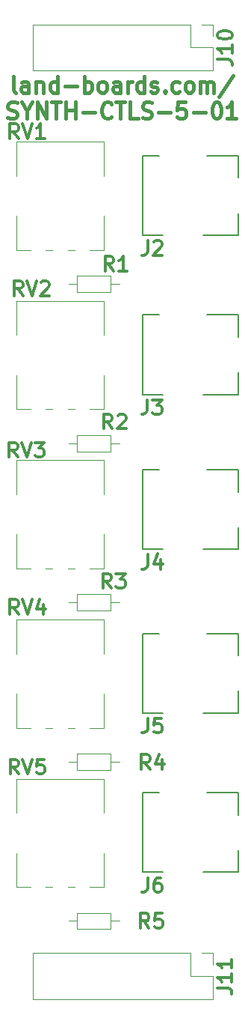
<source format=gto>
%TF.GenerationSoftware,KiCad,Pcbnew,(6.0.1)*%
%TF.CreationDate,2022-10-08T14:45:24-04:00*%
%TF.ProjectId,SYNTH-CTLS-5-01,53594e54-482d-4435-944c-532d352d3031,1*%
%TF.SameCoordinates,Original*%
%TF.FileFunction,Legend,Top*%
%TF.FilePolarity,Positive*%
%FSLAX46Y46*%
G04 Gerber Fmt 4.6, Leading zero omitted, Abs format (unit mm)*
G04 Created by KiCad (PCBNEW (6.0.1)) date 2022-10-08 14:45:24*
%MOMM*%
%LPD*%
G01*
G04 APERTURE LIST*
%ADD10C,0.450000*%
%ADD11C,0.349250*%
%ADD12C,0.120000*%
%ADD13C,0.200000*%
G04 APERTURE END LIST*
D10*
X100457142Y-16865285D02*
X100285714Y-16779571D01*
X100200000Y-16608142D01*
X100200000Y-15065285D01*
X101914285Y-16865285D02*
X101914285Y-15922428D01*
X101828571Y-15751000D01*
X101657142Y-15665285D01*
X101314285Y-15665285D01*
X101142857Y-15751000D01*
X101914285Y-16779571D02*
X101742857Y-16865285D01*
X101314285Y-16865285D01*
X101142857Y-16779571D01*
X101057142Y-16608142D01*
X101057142Y-16436714D01*
X101142857Y-16265285D01*
X101314285Y-16179571D01*
X101742857Y-16179571D01*
X101914285Y-16093857D01*
X102771428Y-15665285D02*
X102771428Y-16865285D01*
X102771428Y-15836714D02*
X102857142Y-15751000D01*
X103028571Y-15665285D01*
X103285714Y-15665285D01*
X103457142Y-15751000D01*
X103542857Y-15922428D01*
X103542857Y-16865285D01*
X105171428Y-16865285D02*
X105171428Y-15065285D01*
X105171428Y-16779571D02*
X105000000Y-16865285D01*
X104657142Y-16865285D01*
X104485714Y-16779571D01*
X104400000Y-16693857D01*
X104314285Y-16522428D01*
X104314285Y-16008142D01*
X104400000Y-15836714D01*
X104485714Y-15751000D01*
X104657142Y-15665285D01*
X105000000Y-15665285D01*
X105171428Y-15751000D01*
X106028571Y-16179571D02*
X107400000Y-16179571D01*
X108257142Y-16865285D02*
X108257142Y-15065285D01*
X108257142Y-15751000D02*
X108428571Y-15665285D01*
X108771428Y-15665285D01*
X108942857Y-15751000D01*
X109028571Y-15836714D01*
X109114285Y-16008142D01*
X109114285Y-16522428D01*
X109028571Y-16693857D01*
X108942857Y-16779571D01*
X108771428Y-16865285D01*
X108428571Y-16865285D01*
X108257142Y-16779571D01*
X110142857Y-16865285D02*
X109971428Y-16779571D01*
X109885714Y-16693857D01*
X109800000Y-16522428D01*
X109800000Y-16008142D01*
X109885714Y-15836714D01*
X109971428Y-15751000D01*
X110142857Y-15665285D01*
X110400000Y-15665285D01*
X110571428Y-15751000D01*
X110657142Y-15836714D01*
X110742857Y-16008142D01*
X110742857Y-16522428D01*
X110657142Y-16693857D01*
X110571428Y-16779571D01*
X110400000Y-16865285D01*
X110142857Y-16865285D01*
X112285714Y-16865285D02*
X112285714Y-15922428D01*
X112200000Y-15751000D01*
X112028571Y-15665285D01*
X111685714Y-15665285D01*
X111514285Y-15751000D01*
X112285714Y-16779571D02*
X112114285Y-16865285D01*
X111685714Y-16865285D01*
X111514285Y-16779571D01*
X111428571Y-16608142D01*
X111428571Y-16436714D01*
X111514285Y-16265285D01*
X111685714Y-16179571D01*
X112114285Y-16179571D01*
X112285714Y-16093857D01*
X113142857Y-16865285D02*
X113142857Y-15665285D01*
X113142857Y-16008142D02*
X113228571Y-15836714D01*
X113314285Y-15751000D01*
X113485714Y-15665285D01*
X113657142Y-15665285D01*
X115028571Y-16865285D02*
X115028571Y-15065285D01*
X115028571Y-16779571D02*
X114857142Y-16865285D01*
X114514285Y-16865285D01*
X114342857Y-16779571D01*
X114257142Y-16693857D01*
X114171428Y-16522428D01*
X114171428Y-16008142D01*
X114257142Y-15836714D01*
X114342857Y-15751000D01*
X114514285Y-15665285D01*
X114857142Y-15665285D01*
X115028571Y-15751000D01*
X115800000Y-16779571D02*
X115971428Y-16865285D01*
X116314285Y-16865285D01*
X116485714Y-16779571D01*
X116571428Y-16608142D01*
X116571428Y-16522428D01*
X116485714Y-16351000D01*
X116314285Y-16265285D01*
X116057142Y-16265285D01*
X115885714Y-16179571D01*
X115800000Y-16008142D01*
X115800000Y-15922428D01*
X115885714Y-15751000D01*
X116057142Y-15665285D01*
X116314285Y-15665285D01*
X116485714Y-15751000D01*
X117342857Y-16693857D02*
X117428571Y-16779571D01*
X117342857Y-16865285D01*
X117257142Y-16779571D01*
X117342857Y-16693857D01*
X117342857Y-16865285D01*
X118971428Y-16779571D02*
X118800000Y-16865285D01*
X118457142Y-16865285D01*
X118285714Y-16779571D01*
X118200000Y-16693857D01*
X118114285Y-16522428D01*
X118114285Y-16008142D01*
X118200000Y-15836714D01*
X118285714Y-15751000D01*
X118457142Y-15665285D01*
X118800000Y-15665285D01*
X118971428Y-15751000D01*
X120000000Y-16865285D02*
X119828571Y-16779571D01*
X119742857Y-16693857D01*
X119657142Y-16522428D01*
X119657142Y-16008142D01*
X119742857Y-15836714D01*
X119828571Y-15751000D01*
X120000000Y-15665285D01*
X120257142Y-15665285D01*
X120428571Y-15751000D01*
X120514285Y-15836714D01*
X120600000Y-16008142D01*
X120600000Y-16522428D01*
X120514285Y-16693857D01*
X120428571Y-16779571D01*
X120257142Y-16865285D01*
X120000000Y-16865285D01*
X121371428Y-16865285D02*
X121371428Y-15665285D01*
X121371428Y-15836714D02*
X121457142Y-15751000D01*
X121628571Y-15665285D01*
X121885714Y-15665285D01*
X122057142Y-15751000D01*
X122142857Y-15922428D01*
X122142857Y-16865285D01*
X122142857Y-15922428D02*
X122228571Y-15751000D01*
X122400000Y-15665285D01*
X122657142Y-15665285D01*
X122828571Y-15751000D01*
X122914285Y-15922428D01*
X122914285Y-16865285D01*
X125057142Y-14979571D02*
X123514285Y-17293857D01*
X99557142Y-19677571D02*
X99814285Y-19763285D01*
X100242857Y-19763285D01*
X100414285Y-19677571D01*
X100500000Y-19591857D01*
X100585714Y-19420428D01*
X100585714Y-19249000D01*
X100500000Y-19077571D01*
X100414285Y-18991857D01*
X100242857Y-18906142D01*
X99900000Y-18820428D01*
X99728571Y-18734714D01*
X99642857Y-18649000D01*
X99557142Y-18477571D01*
X99557142Y-18306142D01*
X99642857Y-18134714D01*
X99728571Y-18049000D01*
X99900000Y-17963285D01*
X100328571Y-17963285D01*
X100585714Y-18049000D01*
X101700000Y-18906142D02*
X101700000Y-19763285D01*
X101100000Y-17963285D02*
X101700000Y-18906142D01*
X102300000Y-17963285D01*
X102900000Y-19763285D02*
X102900000Y-17963285D01*
X103928571Y-19763285D01*
X103928571Y-17963285D01*
X104528571Y-17963285D02*
X105557142Y-17963285D01*
X105042857Y-19763285D02*
X105042857Y-17963285D01*
X106157142Y-19763285D02*
X106157142Y-17963285D01*
X106157142Y-18820428D02*
X107185714Y-18820428D01*
X107185714Y-19763285D02*
X107185714Y-17963285D01*
X108042857Y-19077571D02*
X109414285Y-19077571D01*
X111300000Y-19591857D02*
X111214285Y-19677571D01*
X110957142Y-19763285D01*
X110785714Y-19763285D01*
X110528571Y-19677571D01*
X110357142Y-19506142D01*
X110271428Y-19334714D01*
X110185714Y-18991857D01*
X110185714Y-18734714D01*
X110271428Y-18391857D01*
X110357142Y-18220428D01*
X110528571Y-18049000D01*
X110785714Y-17963285D01*
X110957142Y-17963285D01*
X111214285Y-18049000D01*
X111300000Y-18134714D01*
X111814285Y-17963285D02*
X112842857Y-17963285D01*
X112328571Y-19763285D02*
X112328571Y-17963285D01*
X114300000Y-19763285D02*
X113442857Y-19763285D01*
X113442857Y-17963285D01*
X114814285Y-19677571D02*
X115071428Y-19763285D01*
X115500000Y-19763285D01*
X115671428Y-19677571D01*
X115757142Y-19591857D01*
X115842857Y-19420428D01*
X115842857Y-19249000D01*
X115757142Y-19077571D01*
X115671428Y-18991857D01*
X115500000Y-18906142D01*
X115157142Y-18820428D01*
X114985714Y-18734714D01*
X114900000Y-18649000D01*
X114814285Y-18477571D01*
X114814285Y-18306142D01*
X114900000Y-18134714D01*
X114985714Y-18049000D01*
X115157142Y-17963285D01*
X115585714Y-17963285D01*
X115842857Y-18049000D01*
X116614285Y-19077571D02*
X117985714Y-19077571D01*
X119700000Y-17963285D02*
X118842857Y-17963285D01*
X118757142Y-18820428D01*
X118842857Y-18734714D01*
X119014285Y-18649000D01*
X119442857Y-18649000D01*
X119614285Y-18734714D01*
X119700000Y-18820428D01*
X119785714Y-18991857D01*
X119785714Y-19420428D01*
X119700000Y-19591857D01*
X119614285Y-19677571D01*
X119442857Y-19763285D01*
X119014285Y-19763285D01*
X118842857Y-19677571D01*
X118757142Y-19591857D01*
X120557142Y-19077571D02*
X121928571Y-19077571D01*
X123128571Y-17963285D02*
X123300000Y-17963285D01*
X123471428Y-18049000D01*
X123557142Y-18134714D01*
X123642857Y-18306142D01*
X123728571Y-18649000D01*
X123728571Y-19077571D01*
X123642857Y-19420428D01*
X123557142Y-19591857D01*
X123471428Y-19677571D01*
X123300000Y-19763285D01*
X123128571Y-19763285D01*
X122957142Y-19677571D01*
X122871428Y-19591857D01*
X122785714Y-19420428D01*
X122700000Y-19077571D01*
X122700000Y-18649000D01*
X122785714Y-18306142D01*
X122871428Y-18134714D01*
X122957142Y-18049000D01*
X123128571Y-17963285D01*
X125442857Y-19763285D02*
X124414285Y-19763285D01*
X124928571Y-19763285D02*
X124928571Y-17963285D01*
X124757142Y-18220428D01*
X124585714Y-18391857D01*
X124414285Y-18477571D01*
D11*
%TO.C,RV4*%
X100744261Y-75829280D02*
X100193928Y-75043090D01*
X99800833Y-75829280D02*
X99800833Y-74178280D01*
X100429785Y-74178280D01*
X100587023Y-74256900D01*
X100665642Y-74335519D01*
X100744261Y-74492757D01*
X100744261Y-74728614D01*
X100665642Y-74885852D01*
X100587023Y-74964471D01*
X100429785Y-75043090D01*
X99800833Y-75043090D01*
X101215976Y-74178280D02*
X101766309Y-75829280D01*
X102316642Y-74178280D01*
X103574547Y-74728614D02*
X103574547Y-75829280D01*
X103181452Y-74099661D02*
X102788357Y-75278947D01*
X103810404Y-75278947D01*
%TO.C,R4*%
X115650433Y-93355280D02*
X115100100Y-92569090D01*
X114707004Y-93355280D02*
X114707004Y-91704280D01*
X115335957Y-91704280D01*
X115493195Y-91782900D01*
X115571814Y-91861519D01*
X115650433Y-92018757D01*
X115650433Y-92254614D01*
X115571814Y-92411852D01*
X115493195Y-92490471D01*
X115335957Y-92569090D01*
X114707004Y-92569090D01*
X117065576Y-92254614D02*
X117065576Y-93355280D01*
X116672480Y-91625661D02*
X116279385Y-92804947D01*
X117301433Y-92804947D01*
%TO.C,RV2*%
X101252261Y-39812080D02*
X100701928Y-39025890D01*
X100308833Y-39812080D02*
X100308833Y-38161080D01*
X100937785Y-38161080D01*
X101095023Y-38239700D01*
X101173642Y-38318319D01*
X101252261Y-38475557D01*
X101252261Y-38711414D01*
X101173642Y-38868652D01*
X101095023Y-38947271D01*
X100937785Y-39025890D01*
X100308833Y-39025890D01*
X101723976Y-38161080D02*
X102274309Y-39812080D01*
X102824642Y-38161080D01*
X103296357Y-38318319D02*
X103374976Y-38239700D01*
X103532214Y-38161080D01*
X103925309Y-38161080D01*
X104082547Y-38239700D01*
X104161166Y-38318319D01*
X104239785Y-38475557D01*
X104239785Y-38632795D01*
X104161166Y-38868652D01*
X103217738Y-39812080D01*
X104239785Y-39812080D01*
%TO.C,RV5*%
X100769661Y-93888680D02*
X100219328Y-93102490D01*
X99826233Y-93888680D02*
X99826233Y-92237680D01*
X100455185Y-92237680D01*
X100612423Y-92316300D01*
X100691042Y-92394919D01*
X100769661Y-92552157D01*
X100769661Y-92788014D01*
X100691042Y-92945252D01*
X100612423Y-93023871D01*
X100455185Y-93102490D01*
X99826233Y-93102490D01*
X101241376Y-92237680D02*
X101791709Y-93888680D01*
X102342042Y-92237680D01*
X103678566Y-92237680D02*
X102892376Y-92237680D01*
X102813757Y-93023871D01*
X102892376Y-92945252D01*
X103049614Y-92866633D01*
X103442709Y-92866633D01*
X103599947Y-92945252D01*
X103678566Y-93023871D01*
X103757185Y-93181109D01*
X103757185Y-93574204D01*
X103678566Y-93731442D01*
X103599947Y-93810061D01*
X103442709Y-93888680D01*
X103049614Y-93888680D01*
X102892376Y-93810061D01*
X102813757Y-93731442D01*
%TO.C,J5*%
X115399666Y-87595880D02*
X115399666Y-88775166D01*
X115321047Y-89011023D01*
X115163809Y-89168261D01*
X114927952Y-89246880D01*
X114770714Y-89246880D01*
X116972047Y-87595880D02*
X116185857Y-87595880D01*
X116107238Y-88382071D01*
X116185857Y-88303452D01*
X116343095Y-88224833D01*
X116736190Y-88224833D01*
X116893428Y-88303452D01*
X116972047Y-88382071D01*
X117050666Y-88539309D01*
X117050666Y-88932404D01*
X116972047Y-89089642D01*
X116893428Y-89168261D01*
X116736190Y-89246880D01*
X116343095Y-89246880D01*
X116185857Y-89168261D01*
X116107238Y-89089642D01*
%TO.C,J6*%
X115399666Y-105595880D02*
X115399666Y-106775166D01*
X115321047Y-107011023D01*
X115163809Y-107168261D01*
X114927952Y-107246880D01*
X114770714Y-107246880D01*
X116893428Y-105595880D02*
X116578952Y-105595880D01*
X116421714Y-105674500D01*
X116343095Y-105753119D01*
X116185857Y-105988976D01*
X116107238Y-106303452D01*
X116107238Y-106932404D01*
X116185857Y-107089642D01*
X116264476Y-107168261D01*
X116421714Y-107246880D01*
X116736190Y-107246880D01*
X116893428Y-107168261D01*
X116972047Y-107089642D01*
X117050666Y-106932404D01*
X117050666Y-106539309D01*
X116972047Y-106382071D01*
X116893428Y-106303452D01*
X116736190Y-106224833D01*
X116421714Y-106224833D01*
X116264476Y-106303452D01*
X116185857Y-106382071D01*
X116107238Y-106539309D01*
%TO.C,R5*%
X115548833Y-111287680D02*
X114998500Y-110501490D01*
X114605404Y-111287680D02*
X114605404Y-109636680D01*
X115234357Y-109636680D01*
X115391595Y-109715300D01*
X115470214Y-109793919D01*
X115548833Y-109951157D01*
X115548833Y-110187014D01*
X115470214Y-110344252D01*
X115391595Y-110422871D01*
X115234357Y-110501490D01*
X114605404Y-110501490D01*
X117042595Y-109636680D02*
X116256404Y-109636680D01*
X116177785Y-110422871D01*
X116256404Y-110344252D01*
X116413642Y-110265633D01*
X116806738Y-110265633D01*
X116963976Y-110344252D01*
X117042595Y-110422871D01*
X117121214Y-110580109D01*
X117121214Y-110973204D01*
X117042595Y-111130442D01*
X116963976Y-111209061D01*
X116806738Y-111287680D01*
X116413642Y-111287680D01*
X116256404Y-111209061D01*
X116177785Y-111130442D01*
%TO.C,J2*%
X115399666Y-33595880D02*
X115399666Y-34775166D01*
X115321047Y-35011023D01*
X115163809Y-35168261D01*
X114927952Y-35246880D01*
X114770714Y-35246880D01*
X116107238Y-33753119D02*
X116185857Y-33674500D01*
X116343095Y-33595880D01*
X116736190Y-33595880D01*
X116893428Y-33674500D01*
X116972047Y-33753119D01*
X117050666Y-33910357D01*
X117050666Y-34067595D01*
X116972047Y-34303452D01*
X116028619Y-35246880D01*
X117050666Y-35246880D01*
%TO.C,J10*%
X123327280Y-13122123D02*
X124506566Y-13122123D01*
X124742423Y-13200742D01*
X124899661Y-13357980D01*
X124978280Y-13593838D01*
X124978280Y-13751076D01*
X124978280Y-11471123D02*
X124978280Y-12414552D01*
X124978280Y-11942838D02*
X123327280Y-11942838D01*
X123563138Y-12100076D01*
X123720376Y-12257314D01*
X123798995Y-12414552D01*
X123327280Y-10449076D02*
X123327280Y-10291838D01*
X123405900Y-10134600D01*
X123484519Y-10055980D01*
X123641757Y-9977361D01*
X123956233Y-9898742D01*
X124349328Y-9898742D01*
X124663804Y-9977361D01*
X124821042Y-10055980D01*
X124899661Y-10134600D01*
X124978280Y-10291838D01*
X124978280Y-10449076D01*
X124899661Y-10606314D01*
X124821042Y-10684933D01*
X124663804Y-10763552D01*
X124349328Y-10842171D01*
X123956233Y-10842171D01*
X123641757Y-10763552D01*
X123484519Y-10684933D01*
X123405900Y-10606314D01*
X123327280Y-10449076D01*
%TO.C,R3*%
X111281633Y-72882880D02*
X110731300Y-72096690D01*
X110338204Y-72882880D02*
X110338204Y-71231880D01*
X110967157Y-71231880D01*
X111124395Y-71310500D01*
X111203014Y-71389119D01*
X111281633Y-71546357D01*
X111281633Y-71782214D01*
X111203014Y-71939452D01*
X111124395Y-72018071D01*
X110967157Y-72096690D01*
X110338204Y-72096690D01*
X111831966Y-71231880D02*
X112854014Y-71231880D01*
X112303680Y-71860833D01*
X112539538Y-71860833D01*
X112696776Y-71939452D01*
X112775395Y-72018071D01*
X112854014Y-72175309D01*
X112854014Y-72568404D01*
X112775395Y-72725642D01*
X112696776Y-72804261D01*
X112539538Y-72882880D01*
X112067823Y-72882880D01*
X111910585Y-72804261D01*
X111831966Y-72725642D01*
%TO.C,J11*%
X123301880Y-118100323D02*
X124481166Y-118100323D01*
X124717023Y-118178942D01*
X124874261Y-118336180D01*
X124952880Y-118572038D01*
X124952880Y-118729276D01*
X124952880Y-116449323D02*
X124952880Y-117392752D01*
X124952880Y-116921038D02*
X123301880Y-116921038D01*
X123537738Y-117078276D01*
X123694976Y-117235514D01*
X123773595Y-117392752D01*
X124952880Y-114876942D02*
X124952880Y-115820371D01*
X124952880Y-115348657D02*
X123301880Y-115348657D01*
X123537738Y-115505895D01*
X123694976Y-115663133D01*
X123773595Y-115820371D01*
%TO.C,J4*%
X115399666Y-69095880D02*
X115399666Y-70275166D01*
X115321047Y-70511023D01*
X115163809Y-70668261D01*
X114927952Y-70746880D01*
X114770714Y-70746880D01*
X116893428Y-69646214D02*
X116893428Y-70746880D01*
X116500333Y-69017261D02*
X116107238Y-70196547D01*
X117129285Y-70196547D01*
%TO.C,RV1*%
X100744261Y-22057480D02*
X100193928Y-21271290D01*
X99800833Y-22057480D02*
X99800833Y-20406480D01*
X100429785Y-20406480D01*
X100587023Y-20485100D01*
X100665642Y-20563719D01*
X100744261Y-20720957D01*
X100744261Y-20956814D01*
X100665642Y-21114052D01*
X100587023Y-21192671D01*
X100429785Y-21271290D01*
X99800833Y-21271290D01*
X101215976Y-20406480D02*
X101766309Y-22057480D01*
X102316642Y-20406480D01*
X103731785Y-22057480D02*
X102788357Y-22057480D01*
X103260071Y-22057480D02*
X103260071Y-20406480D01*
X103102833Y-20642338D01*
X102945595Y-20799576D01*
X102788357Y-20878195D01*
%TO.C,R1*%
X111510233Y-37018080D02*
X110959900Y-36231890D01*
X110566804Y-37018080D02*
X110566804Y-35367080D01*
X111195757Y-35367080D01*
X111352995Y-35445700D01*
X111431614Y-35524319D01*
X111510233Y-35681557D01*
X111510233Y-35917414D01*
X111431614Y-36074652D01*
X111352995Y-36153271D01*
X111195757Y-36231890D01*
X110566804Y-36231890D01*
X113082614Y-37018080D02*
X112139185Y-37018080D01*
X112610900Y-37018080D02*
X112610900Y-35367080D01*
X112453661Y-35602938D01*
X112296423Y-35760176D01*
X112139185Y-35838795D01*
%TO.C,RV3*%
X100668061Y-58074680D02*
X100117728Y-57288490D01*
X99724633Y-58074680D02*
X99724633Y-56423680D01*
X100353585Y-56423680D01*
X100510823Y-56502300D01*
X100589442Y-56580919D01*
X100668061Y-56738157D01*
X100668061Y-56974014D01*
X100589442Y-57131252D01*
X100510823Y-57209871D01*
X100353585Y-57288490D01*
X99724633Y-57288490D01*
X101139776Y-56423680D02*
X101690109Y-58074680D01*
X102240442Y-56423680D01*
X102633538Y-56423680D02*
X103655585Y-56423680D01*
X103105252Y-57052633D01*
X103341109Y-57052633D01*
X103498347Y-57131252D01*
X103576966Y-57209871D01*
X103655585Y-57367109D01*
X103655585Y-57760204D01*
X103576966Y-57917442D01*
X103498347Y-57996061D01*
X103341109Y-58074680D01*
X102869395Y-58074680D01*
X102712157Y-57996061D01*
X102633538Y-57917442D01*
%TO.C,R2*%
X111383233Y-54874280D02*
X110832900Y-54088090D01*
X110439804Y-54874280D02*
X110439804Y-53223280D01*
X111068757Y-53223280D01*
X111225995Y-53301900D01*
X111304614Y-53380519D01*
X111383233Y-53537757D01*
X111383233Y-53773614D01*
X111304614Y-53930852D01*
X111225995Y-54009471D01*
X111068757Y-54088090D01*
X110439804Y-54088090D01*
X112012185Y-53380519D02*
X112090804Y-53301900D01*
X112248042Y-53223280D01*
X112641138Y-53223280D01*
X112798376Y-53301900D01*
X112876995Y-53380519D01*
X112955614Y-53537757D01*
X112955614Y-53694995D01*
X112876995Y-53930852D01*
X111933566Y-54874280D01*
X112955614Y-54874280D01*
%TO.C,J3*%
X115349666Y-51595880D02*
X115349666Y-52775166D01*
X115271047Y-53011023D01*
X115113809Y-53168261D01*
X114877952Y-53246880D01*
X114720714Y-53246880D01*
X115978619Y-51595880D02*
X117000666Y-51595880D01*
X116450333Y-52224833D01*
X116686190Y-52224833D01*
X116843428Y-52303452D01*
X116922047Y-52382071D01*
X117000666Y-52539309D01*
X117000666Y-52932404D01*
X116922047Y-53089642D01*
X116843428Y-53168261D01*
X116686190Y-53246880D01*
X116214476Y-53246880D01*
X116057238Y-53168261D01*
X115978619Y-53089642D01*
D12*
%TO.C,RV4*%
X100530000Y-88670000D02*
X100530000Y-84805000D01*
X108870000Y-88670000D02*
X110470000Y-88670000D01*
X103871000Y-88670000D02*
X104630000Y-88670000D01*
X110470000Y-80295000D02*
X110470000Y-76430000D01*
X100530000Y-76430000D02*
X110470000Y-76430000D01*
X100530000Y-88670000D02*
X102129000Y-88670000D01*
X106371000Y-88670000D02*
X107130000Y-88670000D01*
X100530000Y-80295000D02*
X100530000Y-76430000D01*
X110470000Y-88670000D02*
X110470000Y-84805000D01*
%TO.C,R4*%
X111230000Y-91580000D02*
X107390000Y-91580000D01*
X107390000Y-93420000D02*
X111230000Y-93420000D01*
X111230000Y-93420000D02*
X111230000Y-91580000D01*
X107390000Y-91580000D02*
X107390000Y-93420000D01*
X106440000Y-92500000D02*
X107390000Y-92500000D01*
X112180000Y-92500000D02*
X111230000Y-92500000D01*
%TO.C,RV2*%
X108870000Y-52670000D02*
X110470000Y-52670000D01*
X106371000Y-52670000D02*
X107130000Y-52670000D01*
X110470000Y-44295000D02*
X110470000Y-40430000D01*
X100530000Y-52670000D02*
X100530000Y-48805000D01*
X100530000Y-40430000D02*
X110470000Y-40430000D01*
X100530000Y-52670000D02*
X102129000Y-52670000D01*
X103871000Y-52670000D02*
X104630000Y-52670000D01*
X100530000Y-44295000D02*
X100530000Y-40430000D01*
X110470000Y-52670000D02*
X110470000Y-48805000D01*
%TO.C,RV5*%
X100530000Y-106670000D02*
X100530000Y-102805000D01*
X110470000Y-98295000D02*
X110470000Y-94430000D01*
X100530000Y-98295000D02*
X100530000Y-94430000D01*
X108870000Y-106670000D02*
X110470000Y-106670000D01*
X100530000Y-94430000D02*
X110470000Y-94430000D01*
X100530000Y-106670000D02*
X102129000Y-106670000D01*
X103871000Y-106670000D02*
X104630000Y-106670000D01*
X110470000Y-106670000D02*
X110470000Y-102805000D01*
X106371000Y-106670000D02*
X107130000Y-106670000D01*
D13*
%TO.C,J5*%
X125700000Y-87000000D02*
X125700000Y-84500000D01*
X114800000Y-78000000D02*
X116700000Y-78000000D01*
X125700000Y-78000000D02*
X125700000Y-80500000D01*
X125700000Y-87000000D02*
X121700000Y-87000000D01*
X125700000Y-78000000D02*
X122100000Y-78000000D01*
X114800000Y-87000000D02*
X117100000Y-87000000D01*
X114800000Y-78000000D02*
X114800000Y-87000000D01*
%TO.C,J6*%
X114800000Y-96000000D02*
X114800000Y-105000000D01*
X125700000Y-96000000D02*
X122100000Y-96000000D01*
X114800000Y-105000000D02*
X117100000Y-105000000D01*
X125700000Y-105000000D02*
X125700000Y-102500000D01*
X125700000Y-105000000D02*
X121700000Y-105000000D01*
X114800000Y-96000000D02*
X116700000Y-96000000D01*
X125700000Y-96000000D02*
X125700000Y-98500000D01*
D12*
%TO.C,R5*%
X111230000Y-111420000D02*
X111230000Y-109580000D01*
X111230000Y-109580000D02*
X107390000Y-109580000D01*
X106440000Y-110500000D02*
X107390000Y-110500000D01*
X107390000Y-109580000D02*
X107390000Y-111420000D01*
X112180000Y-110500000D02*
X111230000Y-110500000D01*
X107390000Y-111420000D02*
X111230000Y-111420000D01*
D13*
%TO.C,J2*%
X125700000Y-33000000D02*
X125700000Y-30500000D01*
X125700000Y-24000000D02*
X125700000Y-26500000D01*
X114800000Y-24000000D02*
X114800000Y-33000000D01*
X114800000Y-33000000D02*
X117100000Y-33000000D01*
X125700000Y-33000000D02*
X121700000Y-33000000D01*
X114800000Y-24000000D02*
X116700000Y-24000000D01*
X125700000Y-24000000D02*
X122100000Y-24000000D01*
D12*
%TO.C,J10*%
X120230000Y-9170000D02*
X102390000Y-9170000D01*
X121500000Y-9170000D02*
X122830000Y-9170000D01*
X102390000Y-9170000D02*
X102390000Y-14370000D01*
X120230000Y-9170000D02*
X120230000Y-11770000D01*
X122830000Y-11770000D02*
X122830000Y-14370000D01*
X120230000Y-11770000D02*
X122830000Y-11770000D01*
X122830000Y-9170000D02*
X122830000Y-10500000D01*
X122830000Y-14370000D02*
X102390000Y-14370000D01*
%TO.C,R3*%
X107390000Y-73580000D02*
X107390000Y-75420000D01*
X107390000Y-75420000D02*
X111230000Y-75420000D01*
X106440000Y-74500000D02*
X107390000Y-74500000D01*
X111230000Y-75420000D02*
X111230000Y-73580000D01*
X111230000Y-73580000D02*
X107390000Y-73580000D01*
X112180000Y-74500000D02*
X111230000Y-74500000D01*
%TO.C,J11*%
X120230000Y-114130000D02*
X102390000Y-114130000D01*
X122830000Y-119330000D02*
X102390000Y-119330000D01*
X122830000Y-114130000D02*
X122830000Y-115460000D01*
X102390000Y-114130000D02*
X102390000Y-119330000D01*
X120230000Y-114130000D02*
X120230000Y-116730000D01*
X122830000Y-116730000D02*
X122830000Y-119330000D01*
X120230000Y-116730000D02*
X122830000Y-116730000D01*
X121500000Y-114130000D02*
X122830000Y-114130000D01*
D13*
%TO.C,J4*%
X114800000Y-59500000D02*
X114800000Y-68500000D01*
X114800000Y-68500000D02*
X117100000Y-68500000D01*
X114800000Y-59500000D02*
X116700000Y-59500000D01*
X125700000Y-59500000D02*
X125700000Y-62000000D01*
X125700000Y-59500000D02*
X122100000Y-59500000D01*
X125700000Y-68500000D02*
X121700000Y-68500000D01*
X125700000Y-68500000D02*
X125700000Y-66000000D01*
D12*
%TO.C,RV1*%
X110470000Y-34670000D02*
X110470000Y-30805000D01*
X100530000Y-26295000D02*
X100530000Y-22430000D01*
X108870000Y-34670000D02*
X110470000Y-34670000D01*
X100530000Y-34670000D02*
X100530000Y-30805000D01*
X103871000Y-34670000D02*
X104630000Y-34670000D01*
X110470000Y-26295000D02*
X110470000Y-22430000D01*
X100530000Y-22430000D02*
X110470000Y-22430000D01*
X100530000Y-34670000D02*
X102129000Y-34670000D01*
X106371000Y-34670000D02*
X107130000Y-34670000D01*
%TO.C,R1*%
X106440000Y-38500000D02*
X107390000Y-38500000D01*
X112180000Y-38500000D02*
X111230000Y-38500000D01*
X107390000Y-37580000D02*
X107390000Y-39420000D01*
X107390000Y-39420000D02*
X111230000Y-39420000D01*
X111230000Y-37580000D02*
X107390000Y-37580000D01*
X111230000Y-39420000D02*
X111230000Y-37580000D01*
%TO.C,RV3*%
X103871000Y-70670000D02*
X104630000Y-70670000D01*
X100530000Y-62295000D02*
X100530000Y-58430000D01*
X100530000Y-58430000D02*
X110470000Y-58430000D01*
X110470000Y-62295000D02*
X110470000Y-58430000D01*
X106371000Y-70670000D02*
X107130000Y-70670000D01*
X100530000Y-70670000D02*
X102129000Y-70670000D01*
X108870000Y-70670000D02*
X110470000Y-70670000D01*
X100530000Y-70670000D02*
X100530000Y-66805000D01*
X110470000Y-70670000D02*
X110470000Y-66805000D01*
%TO.C,R2*%
X106440000Y-56500000D02*
X107390000Y-56500000D01*
X112180000Y-56500000D02*
X111230000Y-56500000D01*
X111230000Y-57420000D02*
X111230000Y-55580000D01*
X107390000Y-57420000D02*
X111230000Y-57420000D01*
X107390000Y-55580000D02*
X107390000Y-57420000D01*
X111230000Y-55580000D02*
X107390000Y-55580000D01*
D13*
%TO.C,J3*%
X125700000Y-51000000D02*
X121700000Y-51000000D01*
X125700000Y-51000000D02*
X125700000Y-48500000D01*
X125700000Y-42000000D02*
X122100000Y-42000000D01*
X125700000Y-42000000D02*
X125700000Y-44500000D01*
X114800000Y-42000000D02*
X114800000Y-51000000D01*
X114800000Y-42000000D02*
X116700000Y-42000000D01*
X114800000Y-51000000D02*
X117100000Y-51000000D01*
%TD*%
M02*

</source>
